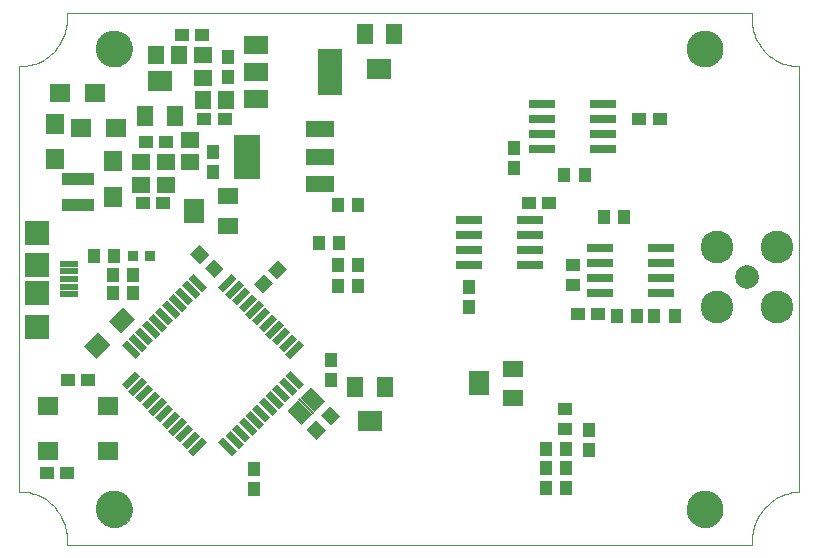
<source format=gts>
G75*
%MOIN*%
%OFA0B0*%
%FSLAX24Y24*%
%IPPOS*%
%LPD*%
%AMOC8*
5,1,8,0,0,1.08239X$1,22.5*
%
%ADD10R,0.0473X0.0434*%
%ADD11R,0.0591X0.0670*%
%ADD12R,0.0670X0.0591*%
%ADD13R,0.0434X0.0473*%
%ADD14R,0.0827X0.0631*%
%ADD15R,0.0827X0.1536*%
%ADD16R,0.0906X0.0276*%
%ADD17R,0.0920X0.0520*%
%ADD18R,0.0906X0.1457*%
%ADD19R,0.1103X0.0434*%
%ADD20R,0.0552X0.0631*%
%ADD21R,0.0631X0.0552*%
%ADD22R,0.0670X0.0631*%
%ADD23R,0.0500X0.0670*%
%ADD24R,0.0060X0.0720*%
%ADD25R,0.0631X0.0237*%
%ADD26R,0.0237X0.0631*%
%ADD27C,0.0790*%
%ADD28C,0.1090*%
%ADD29C,0.0000*%
%ADD30C,0.1221*%
%ADD31R,0.0788X0.0788*%
%ADD32R,0.0591X0.0197*%
%ADD33R,0.0355X0.0355*%
%ADD34R,0.0670X0.0552*%
%ADD35R,0.0670X0.0827*%
%ADD36R,0.0552X0.0670*%
%ADD37R,0.0827X0.0670*%
D10*
X001828Y003287D03*
X002497Y003287D03*
X002515Y006412D03*
X003185Y006412D03*
G36*
X007412Y009793D02*
X007079Y010126D01*
X007386Y010433D01*
X007719Y010100D01*
X007412Y009793D01*
G37*
G36*
X006939Y010267D02*
X006606Y010600D01*
X006913Y010907D01*
X007246Y010574D01*
X006939Y010267D01*
G37*
G36*
X008731Y009600D02*
X009064Y009933D01*
X009371Y009626D01*
X009038Y009293D01*
X008731Y009600D01*
G37*
G36*
X009204Y010074D02*
X009537Y010407D01*
X009844Y010100D01*
X009511Y009767D01*
X009204Y010074D01*
G37*
X005685Y012287D03*
X005015Y012287D03*
X005140Y014350D03*
X005810Y014350D03*
X007078Y015100D03*
X007747Y015100D03*
X006997Y017912D03*
X006328Y017912D03*
X017890Y012287D03*
X018560Y012287D03*
X019350Y010247D03*
X019350Y009578D03*
X019515Y008600D03*
X020185Y008600D03*
X019100Y005435D03*
X019100Y004765D03*
X021578Y015100D03*
X022247Y015100D03*
D11*
X004037Y013690D03*
X004037Y012509D03*
X002100Y013759D03*
X002100Y014940D03*
D12*
X002947Y014787D03*
X004128Y014787D03*
X003440Y015975D03*
X002259Y015975D03*
G36*
X003885Y008364D02*
X004358Y008837D01*
X004775Y008420D01*
X004302Y007947D01*
X003885Y008364D01*
G37*
G36*
X003940Y007585D02*
X003467Y007112D01*
X003050Y007529D01*
X003523Y008002D01*
X003940Y007585D01*
G37*
D13*
X004015Y009287D03*
X004685Y009287D03*
X004685Y009912D03*
X004015Y009912D03*
X004060Y010537D03*
X003390Y010537D03*
X007350Y013328D03*
X007350Y013997D03*
X007850Y016515D03*
X007850Y017185D03*
X011515Y012225D03*
X012185Y012225D03*
X011560Y010975D03*
X010890Y010975D03*
X011515Y010225D03*
X012185Y010225D03*
X012185Y009537D03*
X011515Y009537D03*
X011287Y007060D03*
X011287Y006390D03*
G36*
X010954Y005225D02*
X011261Y005532D01*
X011594Y005199D01*
X011287Y004892D01*
X010954Y005225D01*
G37*
G36*
X010481Y004751D02*
X010788Y005058D01*
X011121Y004725D01*
X010814Y004418D01*
X010481Y004751D01*
G37*
X008725Y003435D03*
X008725Y002765D03*
X015912Y008828D03*
X015912Y009497D03*
X020390Y011850D03*
X021060Y011850D03*
X019747Y013225D03*
X019078Y013225D03*
X017412Y013453D03*
X017412Y014122D03*
X020828Y008537D03*
X021497Y008537D03*
X022078Y008537D03*
X022747Y008537D03*
X019912Y004747D03*
X019912Y004078D03*
X019122Y004100D03*
X019122Y003475D03*
X018453Y003475D03*
X018453Y004100D03*
X018453Y002787D03*
X019122Y002787D03*
D14*
X008797Y015757D03*
X008797Y016662D03*
X008797Y017568D03*
D15*
X011278Y016662D03*
D16*
X018326Y015600D03*
X018326Y015100D03*
X018326Y014600D03*
X018326Y014100D03*
X020374Y014100D03*
X020374Y014600D03*
X020374Y015100D03*
X020374Y015600D03*
X017936Y011725D03*
X017936Y011225D03*
X017936Y010725D03*
X017936Y010225D03*
X015889Y010225D03*
X015889Y010725D03*
X015889Y011225D03*
X015889Y011725D03*
X020264Y010787D03*
X020264Y010287D03*
X020264Y009787D03*
X020264Y009287D03*
X022311Y009287D03*
X022311Y009787D03*
X022311Y010287D03*
X022311Y010787D03*
D17*
X010945Y012940D03*
X010945Y013850D03*
X010945Y014760D03*
D18*
X008505Y013850D03*
D19*
X002850Y013095D03*
X002850Y012229D03*
D20*
X007038Y015725D03*
X007786Y015725D03*
X006224Y017225D03*
X005476Y017225D03*
D21*
X007037Y017224D03*
X007037Y016476D03*
X006600Y014411D03*
X006600Y013663D03*
X005787Y013661D03*
X005787Y012913D03*
X004975Y012913D03*
X004975Y013661D03*
D22*
X003854Y005535D03*
X001846Y005535D03*
X001846Y004039D03*
X003854Y004039D03*
D23*
G36*
X010676Y005265D02*
X010323Y004912D01*
X009850Y005385D01*
X010203Y005738D01*
X010676Y005265D01*
G37*
G36*
X011100Y005690D02*
X010747Y005337D01*
X010274Y005810D01*
X010627Y006163D01*
X011100Y005690D01*
G37*
D24*
G36*
X010750Y005304D02*
X010708Y005262D01*
X010200Y005770D01*
X010242Y005812D01*
X010750Y005304D01*
G37*
D25*
G36*
X009772Y005660D02*
X009327Y006105D01*
X009494Y006272D01*
X009939Y005827D01*
X009772Y005660D01*
G37*
G36*
X009549Y005437D02*
X009104Y005882D01*
X009271Y006049D01*
X009716Y005604D01*
X009549Y005437D01*
G37*
G36*
X009326Y005214D02*
X008881Y005659D01*
X009048Y005826D01*
X009493Y005381D01*
X009326Y005214D01*
G37*
G36*
X009104Y004992D02*
X008659Y005437D01*
X008826Y005604D01*
X009271Y005159D01*
X009104Y004992D01*
G37*
G36*
X008881Y004769D02*
X008436Y005214D01*
X008603Y005381D01*
X009048Y004936D01*
X008881Y004769D01*
G37*
G36*
X008658Y004546D02*
X008213Y004991D01*
X008380Y005158D01*
X008825Y004713D01*
X008658Y004546D01*
G37*
G36*
X008435Y004324D02*
X007990Y004769D01*
X008157Y004936D01*
X008602Y004491D01*
X008435Y004324D01*
G37*
G36*
X008213Y004101D02*
X007768Y004546D01*
X007935Y004713D01*
X008380Y004268D01*
X008213Y004101D01*
G37*
G36*
X007990Y003878D02*
X007545Y004323D01*
X007712Y004490D01*
X008157Y004045D01*
X007990Y003878D01*
G37*
G36*
X009994Y005883D02*
X009549Y006328D01*
X009716Y006495D01*
X010161Y006050D01*
X009994Y005883D01*
G37*
G36*
X010217Y006105D02*
X009772Y006550D01*
X009939Y006717D01*
X010384Y006272D01*
X010217Y006105D01*
G37*
G36*
X006320Y008666D02*
X005875Y009111D01*
X006042Y009278D01*
X006487Y008833D01*
X006320Y008666D01*
G37*
G36*
X006097Y008444D02*
X005652Y008889D01*
X005819Y009056D01*
X006264Y008611D01*
X006097Y008444D01*
G37*
G36*
X005874Y008221D02*
X005429Y008666D01*
X005596Y008833D01*
X006041Y008388D01*
X005874Y008221D01*
G37*
G36*
X005652Y007998D02*
X005207Y008443D01*
X005374Y008610D01*
X005819Y008165D01*
X005652Y007998D01*
G37*
G36*
X005429Y007776D02*
X004984Y008221D01*
X005151Y008388D01*
X005596Y007943D01*
X005429Y007776D01*
G37*
G36*
X005206Y007553D02*
X004761Y007998D01*
X004928Y008165D01*
X005373Y007720D01*
X005206Y007553D01*
G37*
G36*
X004983Y007330D02*
X004538Y007775D01*
X004705Y007942D01*
X005150Y007497D01*
X004983Y007330D01*
G37*
G36*
X004761Y007108D02*
X004316Y007553D01*
X004483Y007720D01*
X004928Y007275D01*
X004761Y007108D01*
G37*
G36*
X006542Y008889D02*
X006097Y009334D01*
X006264Y009501D01*
X006709Y009056D01*
X006542Y008889D01*
G37*
G36*
X006765Y009112D02*
X006320Y009557D01*
X006487Y009724D01*
X006932Y009279D01*
X006765Y009112D01*
G37*
G36*
X006988Y009335D02*
X006543Y009780D01*
X006710Y009947D01*
X007155Y009502D01*
X006988Y009335D01*
G37*
D26*
G36*
X007712Y009335D02*
X007545Y009502D01*
X007990Y009947D01*
X008157Y009780D01*
X007712Y009335D01*
G37*
G36*
X007935Y009112D02*
X007768Y009279D01*
X008213Y009724D01*
X008380Y009557D01*
X007935Y009112D01*
G37*
G36*
X008157Y008889D02*
X007990Y009056D01*
X008435Y009501D01*
X008602Y009334D01*
X008157Y008889D01*
G37*
G36*
X008380Y008666D02*
X008213Y008833D01*
X008658Y009278D01*
X008825Y009111D01*
X008380Y008666D01*
G37*
G36*
X008603Y008444D02*
X008436Y008611D01*
X008881Y009056D01*
X009048Y008889D01*
X008603Y008444D01*
G37*
G36*
X008826Y008221D02*
X008659Y008388D01*
X009104Y008833D01*
X009271Y008666D01*
X008826Y008221D01*
G37*
G36*
X009048Y007998D02*
X008881Y008165D01*
X009326Y008610D01*
X009493Y008443D01*
X009048Y007998D01*
G37*
G36*
X009271Y007776D02*
X009104Y007943D01*
X009549Y008388D01*
X009716Y008221D01*
X009271Y007776D01*
G37*
G36*
X009494Y007553D02*
X009327Y007720D01*
X009772Y008165D01*
X009939Y007998D01*
X009494Y007553D01*
G37*
G36*
X009716Y007330D02*
X009549Y007497D01*
X009994Y007942D01*
X010161Y007775D01*
X009716Y007330D01*
G37*
G36*
X009939Y007108D02*
X009772Y007275D01*
X010217Y007720D01*
X010384Y007553D01*
X009939Y007108D01*
G37*
G36*
X006264Y004324D02*
X006097Y004491D01*
X006542Y004936D01*
X006709Y004769D01*
X006264Y004324D01*
G37*
G36*
X006487Y004101D02*
X006320Y004268D01*
X006765Y004713D01*
X006932Y004546D01*
X006487Y004101D01*
G37*
G36*
X006710Y003878D02*
X006543Y004045D01*
X006988Y004490D01*
X007155Y004323D01*
X006710Y003878D01*
G37*
G36*
X006042Y004546D02*
X005875Y004713D01*
X006320Y005158D01*
X006487Y004991D01*
X006042Y004546D01*
G37*
G36*
X005819Y004769D02*
X005652Y004936D01*
X006097Y005381D01*
X006264Y005214D01*
X005819Y004769D01*
G37*
G36*
X005596Y004992D02*
X005429Y005159D01*
X005874Y005604D01*
X006041Y005437D01*
X005596Y004992D01*
G37*
G36*
X005374Y005214D02*
X005207Y005381D01*
X005652Y005826D01*
X005819Y005659D01*
X005374Y005214D01*
G37*
G36*
X005151Y005437D02*
X004984Y005604D01*
X005429Y006049D01*
X005596Y005882D01*
X005151Y005437D01*
G37*
G36*
X004928Y005660D02*
X004761Y005827D01*
X005206Y006272D01*
X005373Y006105D01*
X004928Y005660D01*
G37*
G36*
X004705Y005883D02*
X004538Y006050D01*
X004983Y006495D01*
X005150Y006328D01*
X004705Y005883D01*
G37*
G36*
X004483Y006105D02*
X004316Y006272D01*
X004761Y006717D01*
X004928Y006550D01*
X004483Y006105D01*
G37*
D27*
X025164Y009838D03*
D28*
X024160Y010841D03*
X026168Y010841D03*
X026168Y008834D03*
X024160Y008834D03*
D29*
X002487Y001109D02*
X002485Y001186D01*
X002479Y001263D01*
X002470Y001340D01*
X002457Y001416D01*
X002440Y001492D01*
X002419Y001566D01*
X002395Y001640D01*
X002367Y001712D01*
X002336Y001782D01*
X002301Y001851D01*
X002263Y001919D01*
X002222Y001984D01*
X002177Y002047D01*
X002129Y002108D01*
X002079Y002167D01*
X002026Y002223D01*
X001970Y002276D01*
X001911Y002326D01*
X001850Y002374D01*
X001787Y002419D01*
X001722Y002460D01*
X001654Y002498D01*
X001585Y002533D01*
X001515Y002564D01*
X001443Y002592D01*
X001369Y002616D01*
X001295Y002637D01*
X001219Y002654D01*
X001143Y002667D01*
X001066Y002676D01*
X000989Y002682D01*
X000912Y002684D01*
X000912Y016857D01*
X000989Y016859D01*
X001066Y016865D01*
X001143Y016874D01*
X001219Y016887D01*
X001295Y016904D01*
X001369Y016925D01*
X001443Y016949D01*
X001515Y016977D01*
X001585Y017008D01*
X001654Y017043D01*
X001722Y017081D01*
X001787Y017122D01*
X001850Y017167D01*
X001911Y017215D01*
X001970Y017265D01*
X002026Y017318D01*
X002079Y017374D01*
X002129Y017433D01*
X002177Y017494D01*
X002222Y017557D01*
X002263Y017622D01*
X002301Y017690D01*
X002336Y017759D01*
X002367Y017829D01*
X002395Y017901D01*
X002419Y017975D01*
X002440Y018049D01*
X002457Y018125D01*
X002470Y018201D01*
X002479Y018278D01*
X002485Y018355D01*
X002487Y018432D01*
X002487Y018629D01*
X025322Y018629D01*
X025322Y018432D01*
X023156Y017448D02*
X023158Y017496D01*
X023164Y017544D01*
X023174Y017591D01*
X023187Y017637D01*
X023205Y017682D01*
X023225Y017726D01*
X023250Y017768D01*
X023278Y017807D01*
X023308Y017844D01*
X023342Y017878D01*
X023379Y017910D01*
X023417Y017939D01*
X023458Y017964D01*
X023501Y017986D01*
X023546Y018004D01*
X023592Y018018D01*
X023639Y018029D01*
X023687Y018036D01*
X023735Y018039D01*
X023783Y018038D01*
X023831Y018033D01*
X023879Y018024D01*
X023925Y018012D01*
X023970Y017995D01*
X024014Y017975D01*
X024056Y017952D01*
X024096Y017925D01*
X024134Y017895D01*
X024169Y017862D01*
X024201Y017826D01*
X024231Y017788D01*
X024257Y017747D01*
X024279Y017704D01*
X024299Y017660D01*
X024314Y017615D01*
X024326Y017568D01*
X024334Y017520D01*
X024338Y017472D01*
X024338Y017424D01*
X024334Y017376D01*
X024326Y017328D01*
X024314Y017281D01*
X024299Y017236D01*
X024279Y017192D01*
X024257Y017149D01*
X024231Y017108D01*
X024201Y017070D01*
X024169Y017034D01*
X024134Y017001D01*
X024096Y016971D01*
X024056Y016944D01*
X024014Y016921D01*
X023970Y016901D01*
X023925Y016884D01*
X023879Y016872D01*
X023831Y016863D01*
X023783Y016858D01*
X023735Y016857D01*
X023687Y016860D01*
X023639Y016867D01*
X023592Y016878D01*
X023546Y016892D01*
X023501Y016910D01*
X023458Y016932D01*
X023417Y016957D01*
X023379Y016986D01*
X023342Y017018D01*
X023308Y017052D01*
X023278Y017089D01*
X023250Y017128D01*
X023225Y017170D01*
X023205Y017214D01*
X023187Y017259D01*
X023174Y017305D01*
X023164Y017352D01*
X023158Y017400D01*
X023156Y017448D01*
X026897Y016857D02*
X026897Y002684D01*
X026817Y002678D01*
X026738Y002667D01*
X026659Y002653D01*
X026582Y002635D01*
X026505Y002614D01*
X026429Y002589D01*
X026355Y002560D01*
X026282Y002528D01*
X026210Y002492D01*
X026141Y002453D01*
X026073Y002411D01*
X026008Y002365D01*
X025944Y002317D01*
X025883Y002265D01*
X025825Y002211D01*
X025769Y002154D01*
X025716Y002094D01*
X025666Y002032D01*
X025619Y001968D01*
X025575Y001901D01*
X025534Y001833D01*
X025497Y001762D01*
X025463Y001690D01*
X025432Y001617D01*
X025405Y001541D01*
X025382Y001465D01*
X025362Y001388D01*
X025346Y001310D01*
X025334Y001231D01*
X025325Y001152D01*
X025320Y001072D01*
X025319Y000992D01*
X025322Y000913D01*
X025322Y000912D02*
X002487Y000912D01*
X002487Y001109D01*
X003471Y002094D02*
X003473Y002142D01*
X003479Y002190D01*
X003489Y002237D01*
X003502Y002283D01*
X003520Y002328D01*
X003540Y002372D01*
X003565Y002414D01*
X003593Y002453D01*
X003623Y002490D01*
X003657Y002524D01*
X003694Y002556D01*
X003732Y002585D01*
X003773Y002610D01*
X003816Y002632D01*
X003861Y002650D01*
X003907Y002664D01*
X003954Y002675D01*
X004002Y002682D01*
X004050Y002685D01*
X004098Y002684D01*
X004146Y002679D01*
X004194Y002670D01*
X004240Y002658D01*
X004285Y002641D01*
X004329Y002621D01*
X004371Y002598D01*
X004411Y002571D01*
X004449Y002541D01*
X004484Y002508D01*
X004516Y002472D01*
X004546Y002434D01*
X004572Y002393D01*
X004594Y002350D01*
X004614Y002306D01*
X004629Y002261D01*
X004641Y002214D01*
X004649Y002166D01*
X004653Y002118D01*
X004653Y002070D01*
X004649Y002022D01*
X004641Y001974D01*
X004629Y001927D01*
X004614Y001882D01*
X004594Y001838D01*
X004572Y001795D01*
X004546Y001754D01*
X004516Y001716D01*
X004484Y001680D01*
X004449Y001647D01*
X004411Y001617D01*
X004371Y001590D01*
X004329Y001567D01*
X004285Y001547D01*
X004240Y001530D01*
X004194Y001518D01*
X004146Y001509D01*
X004098Y001504D01*
X004050Y001503D01*
X004002Y001506D01*
X003954Y001513D01*
X003907Y001524D01*
X003861Y001538D01*
X003816Y001556D01*
X003773Y001578D01*
X003732Y001603D01*
X003694Y001632D01*
X003657Y001664D01*
X003623Y001698D01*
X003593Y001735D01*
X003565Y001774D01*
X003540Y001816D01*
X003520Y001860D01*
X003502Y001905D01*
X003489Y001951D01*
X003479Y001998D01*
X003473Y002046D01*
X003471Y002094D01*
X023156Y002094D02*
X023158Y002142D01*
X023164Y002190D01*
X023174Y002237D01*
X023187Y002283D01*
X023205Y002328D01*
X023225Y002372D01*
X023250Y002414D01*
X023278Y002453D01*
X023308Y002490D01*
X023342Y002524D01*
X023379Y002556D01*
X023417Y002585D01*
X023458Y002610D01*
X023501Y002632D01*
X023546Y002650D01*
X023592Y002664D01*
X023639Y002675D01*
X023687Y002682D01*
X023735Y002685D01*
X023783Y002684D01*
X023831Y002679D01*
X023879Y002670D01*
X023925Y002658D01*
X023970Y002641D01*
X024014Y002621D01*
X024056Y002598D01*
X024096Y002571D01*
X024134Y002541D01*
X024169Y002508D01*
X024201Y002472D01*
X024231Y002434D01*
X024257Y002393D01*
X024279Y002350D01*
X024299Y002306D01*
X024314Y002261D01*
X024326Y002214D01*
X024334Y002166D01*
X024338Y002118D01*
X024338Y002070D01*
X024334Y002022D01*
X024326Y001974D01*
X024314Y001927D01*
X024299Y001882D01*
X024279Y001838D01*
X024257Y001795D01*
X024231Y001754D01*
X024201Y001716D01*
X024169Y001680D01*
X024134Y001647D01*
X024096Y001617D01*
X024056Y001590D01*
X024014Y001567D01*
X023970Y001547D01*
X023925Y001530D01*
X023879Y001518D01*
X023831Y001509D01*
X023783Y001504D01*
X023735Y001503D01*
X023687Y001506D01*
X023639Y001513D01*
X023592Y001524D01*
X023546Y001538D01*
X023501Y001556D01*
X023458Y001578D01*
X023417Y001603D01*
X023379Y001632D01*
X023342Y001664D01*
X023308Y001698D01*
X023278Y001735D01*
X023250Y001774D01*
X023225Y001816D01*
X023205Y001860D01*
X023187Y001905D01*
X023174Y001951D01*
X023164Y001998D01*
X023158Y002046D01*
X023156Y002094D01*
X003471Y017448D02*
X003473Y017496D01*
X003479Y017544D01*
X003489Y017591D01*
X003502Y017637D01*
X003520Y017682D01*
X003540Y017726D01*
X003565Y017768D01*
X003593Y017807D01*
X003623Y017844D01*
X003657Y017878D01*
X003694Y017910D01*
X003732Y017939D01*
X003773Y017964D01*
X003816Y017986D01*
X003861Y018004D01*
X003907Y018018D01*
X003954Y018029D01*
X004002Y018036D01*
X004050Y018039D01*
X004098Y018038D01*
X004146Y018033D01*
X004194Y018024D01*
X004240Y018012D01*
X004285Y017995D01*
X004329Y017975D01*
X004371Y017952D01*
X004411Y017925D01*
X004449Y017895D01*
X004484Y017862D01*
X004516Y017826D01*
X004546Y017788D01*
X004572Y017747D01*
X004594Y017704D01*
X004614Y017660D01*
X004629Y017615D01*
X004641Y017568D01*
X004649Y017520D01*
X004653Y017472D01*
X004653Y017424D01*
X004649Y017376D01*
X004641Y017328D01*
X004629Y017281D01*
X004614Y017236D01*
X004594Y017192D01*
X004572Y017149D01*
X004546Y017108D01*
X004516Y017070D01*
X004484Y017034D01*
X004449Y017001D01*
X004411Y016971D01*
X004371Y016944D01*
X004329Y016921D01*
X004285Y016901D01*
X004240Y016884D01*
X004194Y016872D01*
X004146Y016863D01*
X004098Y016858D01*
X004050Y016857D01*
X004002Y016860D01*
X003954Y016867D01*
X003907Y016878D01*
X003861Y016892D01*
X003816Y016910D01*
X003773Y016932D01*
X003732Y016957D01*
X003694Y016986D01*
X003657Y017018D01*
X003623Y017052D01*
X003593Y017089D01*
X003565Y017128D01*
X003540Y017170D01*
X003520Y017214D01*
X003502Y017259D01*
X003489Y017305D01*
X003479Y017352D01*
X003473Y017400D01*
X003471Y017448D01*
X025322Y018432D02*
X025324Y018355D01*
X025330Y018278D01*
X025339Y018201D01*
X025352Y018125D01*
X025369Y018049D01*
X025390Y017975D01*
X025414Y017901D01*
X025442Y017829D01*
X025473Y017759D01*
X025508Y017690D01*
X025546Y017622D01*
X025587Y017557D01*
X025632Y017494D01*
X025680Y017433D01*
X025730Y017374D01*
X025783Y017318D01*
X025839Y017265D01*
X025898Y017215D01*
X025959Y017167D01*
X026022Y017122D01*
X026087Y017081D01*
X026155Y017043D01*
X026224Y017008D01*
X026294Y016977D01*
X026366Y016949D01*
X026440Y016925D01*
X026514Y016904D01*
X026590Y016887D01*
X026666Y016874D01*
X026743Y016865D01*
X026820Y016859D01*
X026897Y016857D01*
D30*
X023747Y017448D03*
X004062Y017448D03*
X004062Y002094D03*
X023747Y002094D03*
D31*
X001483Y008176D03*
X001483Y009298D03*
X001483Y010243D03*
X001483Y011286D03*
D32*
X002566Y010282D03*
X002566Y010027D03*
X002566Y009771D03*
X002566Y009515D03*
X002566Y009259D03*
D33*
X004680Y010537D03*
X005270Y010537D03*
D34*
X007858Y011545D03*
X007858Y012530D03*
X017358Y006780D03*
X017358Y005795D03*
D35*
X016217Y006287D03*
X006717Y012037D03*
D36*
X006092Y015217D03*
X005108Y015217D03*
X012420Y017921D03*
X013405Y017921D03*
X013092Y006171D03*
X012108Y006171D03*
D37*
X012600Y005029D03*
X005600Y016358D03*
X012912Y016779D03*
M02*

</source>
